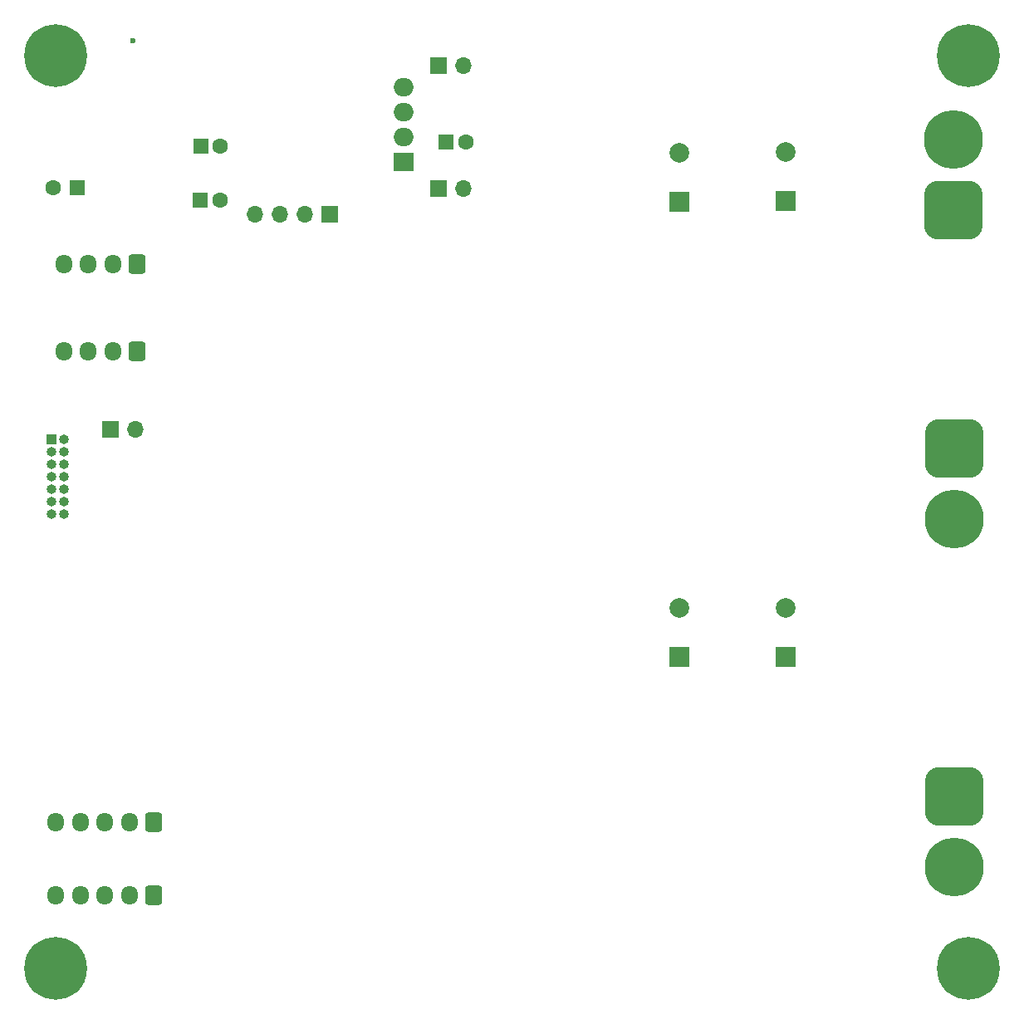
<source format=gbs>
%TF.GenerationSoftware,KiCad,Pcbnew,7.0.9*%
%TF.CreationDate,2024-10-14T12:04:05+09:00*%
%TF.ProjectId,schematic_MD,73636865-6d61-4746-9963-5f4d442e6b69,rev?*%
%TF.SameCoordinates,PX5a53c78PY8528228*%
%TF.FileFunction,Soldermask,Bot*%
%TF.FilePolarity,Negative*%
%FSLAX46Y46*%
G04 Gerber Fmt 4.6, Leading zero omitted, Abs format (unit mm)*
G04 Created by KiCad (PCBNEW 7.0.9) date 2024-10-14 12:04:05*
%MOMM*%
%LPD*%
G01*
G04 APERTURE LIST*
G04 Aperture macros list*
%AMRoundRect*
0 Rectangle with rounded corners*
0 $1 Rounding radius*
0 $2 $3 $4 $5 $6 $7 $8 $9 X,Y pos of 4 corners*
0 Add a 4 corners polygon primitive as box body*
4,1,4,$2,$3,$4,$5,$6,$7,$8,$9,$2,$3,0*
0 Add four circle primitives for the rounded corners*
1,1,$1+$1,$2,$3*
1,1,$1+$1,$4,$5*
1,1,$1+$1,$6,$7*
1,1,$1+$1,$8,$9*
0 Add four rect primitives between the rounded corners*
20,1,$1+$1,$2,$3,$4,$5,0*
20,1,$1+$1,$4,$5,$6,$7,0*
20,1,$1+$1,$6,$7,$8,$9,0*
20,1,$1+$1,$8,$9,$2,$3,0*%
G04 Aperture macros list end*
%ADD10C,0.600000*%
%ADD11R,1.700000X1.700000*%
%ADD12O,1.700000X1.700000*%
%ADD13R,1.600000X1.600000*%
%ADD14C,1.600000*%
%ADD15R,1.000000X1.000000*%
%ADD16O,1.000000X1.000000*%
%ADD17R,2.000000X2.000000*%
%ADD18C,2.000000*%
%ADD19RoundRect,1.500000X-1.500000X1.500000X-1.500000X-1.500000X1.500000X-1.500000X1.500000X1.500000X0*%
%ADD20C,6.000000*%
%ADD21RoundRect,0.250000X0.600000X0.725000X-0.600000X0.725000X-0.600000X-0.725000X0.600000X-0.725000X0*%
%ADD22O,1.700000X1.950000*%
%ADD23C,0.800000*%
%ADD24C,6.400000*%
%ADD25R,2.000000X1.905000*%
%ADD26O,2.000000X1.905000*%
%ADD27RoundRect,1.500000X1.500000X-1.500000X1.500000X1.500000X-1.500000X1.500000X-1.500000X-1.500000X0*%
G04 APERTURE END LIST*
D10*
%TO.C,U8*%
X11366000Y98048200D03*
%TD*%
D11*
%TO.C,J8*%
X31435000Y80325000D03*
D12*
X28895000Y80325000D03*
X26355000Y80325000D03*
X23815000Y80325000D03*
%TD*%
D13*
%TO.C,C8*%
X18266000Y87320700D03*
D14*
X20266000Y87320700D03*
%TD*%
D15*
%TO.C,J7*%
X3046000Y57448200D03*
D16*
X4316000Y57448200D03*
X3046000Y56178200D03*
X4316000Y56178200D03*
X3046000Y54908200D03*
X4316000Y54908200D03*
X3046000Y53638200D03*
X4316000Y53638200D03*
X3046000Y52368200D03*
X4316000Y52368200D03*
X3046000Y51098200D03*
X4316000Y51098200D03*
X3046000Y49828200D03*
X4316000Y49828200D03*
%TD*%
D17*
%TO.C,C10*%
X67100000Y81632323D03*
D18*
X67100000Y86632323D03*
%TD*%
D11*
%TO.C,J9*%
X9086000Y58463004D03*
D12*
X11626000Y58463004D03*
%TD*%
D13*
%TO.C,C59*%
X43300000Y87700000D03*
D14*
X45300000Y87700000D03*
%TD*%
D11*
%TO.C,J10*%
X42525000Y95500000D03*
D12*
X45065000Y95500000D03*
%TD*%
D19*
%TO.C,J1*%
X95100000Y21000000D03*
D20*
X95100000Y13800000D03*
%TD*%
D21*
%TO.C,J6*%
X13500000Y10900000D03*
D22*
X11000000Y10900000D03*
X8500000Y10900000D03*
X6000000Y10900000D03*
X3500000Y10900000D03*
%TD*%
D23*
%TO.C,H1*%
X1100000Y96500000D03*
X1802944Y98197056D03*
X1802944Y94802944D03*
X3500000Y98900000D03*
D24*
X3500000Y96500000D03*
D23*
X3500000Y94100000D03*
X5197056Y98197056D03*
X5197056Y94802944D03*
X5900000Y96500000D03*
%TD*%
D25*
%TO.C,U9*%
X38945000Y85690000D03*
D26*
X38945000Y88230000D03*
X38945000Y90770000D03*
X38945000Y93310000D03*
%TD*%
D13*
%TO.C,C2*%
X5716000Y83108200D03*
D14*
X3216000Y83108200D03*
%TD*%
D21*
%TO.C,J11*%
X11800000Y66410000D03*
D22*
X9300000Y66410000D03*
X6800000Y66410000D03*
X4300000Y66410000D03*
%TD*%
D23*
%TO.C,H3*%
X94100000Y96500000D03*
X94802944Y98197056D03*
X94802944Y94802944D03*
X96500000Y98900000D03*
D24*
X96500000Y96500000D03*
D23*
X96500000Y94100000D03*
X98197056Y98197056D03*
X98197056Y94802944D03*
X98900000Y96500000D03*
%TD*%
D13*
%TO.C,C9*%
X18216000Y81770700D03*
D14*
X20216000Y81770700D03*
%TD*%
D19*
%TO.C,J2*%
X95100000Y56500000D03*
D20*
X95100000Y49300000D03*
%TD*%
D17*
%TO.C,C1*%
X77900000Y81732323D03*
D18*
X77900000Y86732323D03*
%TD*%
D17*
%TO.C,C12*%
X67100000Y35200000D03*
D18*
X67100000Y40200000D03*
%TD*%
D27*
%TO.C,J3*%
X95000000Y80800000D03*
D20*
X95000000Y88000000D03*
%TD*%
D21*
%TO.C,J4*%
X11800000Y75300000D03*
D22*
X9300000Y75300000D03*
X6800000Y75300000D03*
X4300000Y75300000D03*
%TD*%
D17*
%TO.C,C11*%
X77900000Y35200000D03*
D18*
X77900000Y40200000D03*
%TD*%
D11*
%TO.C,J13*%
X42525000Y83000000D03*
D12*
X45065000Y83000000D03*
%TD*%
D23*
%TO.C,H4*%
X94100000Y3500000D03*
X94802944Y5197056D03*
X94802944Y1802944D03*
X96500000Y5900000D03*
D24*
X96500000Y3500000D03*
D23*
X96500000Y1100000D03*
X98197056Y5197056D03*
X98197056Y1802944D03*
X98900000Y3500000D03*
%TD*%
D21*
%TO.C,J5*%
X13500000Y18400000D03*
D22*
X11000000Y18400000D03*
X8500000Y18400000D03*
X6000000Y18400000D03*
X3500000Y18400000D03*
%TD*%
D23*
%TO.C,H2*%
X1100000Y3500000D03*
X1802944Y5197056D03*
X1802944Y1802944D03*
X3500000Y5900000D03*
D24*
X3500000Y3500000D03*
D23*
X3500000Y1100000D03*
X5197056Y5197056D03*
X5197056Y1802944D03*
X5900000Y3500000D03*
%TD*%
M02*

</source>
